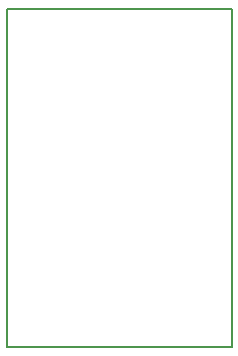
<source format=gbr>
G04 #@! TF.GenerationSoftware,KiCad,Pcbnew,(5.1.4)-1*
G04 #@! TF.CreationDate,2019-10-17T20:34:29+02:00*
G04 #@! TF.ProjectId,hexPre,68657850-7265-42e6-9b69-6361645f7063,rev?*
G04 #@! TF.SameCoordinates,PXc1c960PY54c81a0*
G04 #@! TF.FileFunction,Profile,NP*
%FSLAX46Y46*%
G04 Gerber Fmt 4.6, Leading zero omitted, Abs format (unit mm)*
G04 Created by KiCad (PCBNEW (5.1.4)-1) date 2019-10-17 20:34:29*
%MOMM*%
%LPD*%
G04 APERTURE LIST*
%ADD10C,0.150000*%
G04 APERTURE END LIST*
D10*
X18415000Y0D02*
X18415000Y28575000D01*
X-635000Y0D02*
X18415000Y0D01*
X-635000Y28575000D02*
X-635000Y0D01*
X18415000Y28575000D02*
X-635000Y28575000D01*
M02*

</source>
